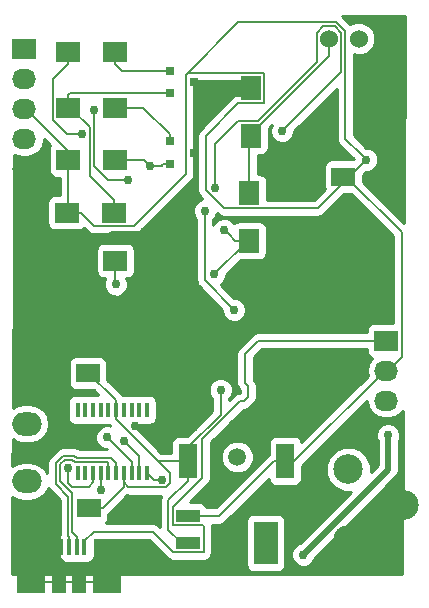
<source format=gbl>
G04 #@! TF.FileFunction,Copper,L2,Bot,Signal*
%FSLAX46Y46*%
G04 Gerber Fmt 4.6, Leading zero omitted, Abs format (unit mm)*
G04 Created by KiCad (PCBNEW (2015-08-30 BZR 6134, Git 4e94d52)-product) date 03-Sep-15 9:45:36 PM*
%MOMM*%
G01*
G04 APERTURE LIST*
%ADD10C,0.100000*%
%ADD11R,0.406400X1.270000*%
%ADD12R,1.501140X2.999740*%
%ADD13R,2.000000X1.600000*%
%ADD14R,2.032000X1.727200*%
%ADD15O,2.032000X1.727200*%
%ADD16R,0.800100X0.800100*%
%ADD17R,2.000000X1.700000*%
%ADD18R,1.700000X2.000000*%
%ADD19C,1.524000*%
%ADD20R,2.032000X3.657600*%
%ADD21R,2.032000X1.016000*%
%ADD22O,2.499360X1.998980*%
%ADD23R,0.450000X1.380000*%
%ADD24R,1.475000X2.100000*%
%ADD25R,2.375000X1.900000*%
%ADD26R,1.150000X1.900000*%
%ADD27C,1.501140*%
%ADD28C,0.762000*%
%ADD29C,2.500000*%
%ADD30C,0.177800*%
%ADD31C,0.500000*%
%ADD32C,0.254000*%
G04 APERTURE END LIST*
D10*
D11*
X151596280Y-115891040D03*
X150961280Y-115891040D03*
X150300880Y-115891040D03*
X149640480Y-115891040D03*
X149005480Y-115891040D03*
X148345080Y-115891040D03*
X147684680Y-115891040D03*
X147049680Y-115891040D03*
X146389280Y-115891040D03*
X145754280Y-115891040D03*
X145754280Y-110557040D03*
X146389280Y-110557040D03*
X147049680Y-110557040D03*
X147684680Y-110557040D03*
X148345080Y-110557040D03*
X149005480Y-110557040D03*
X149640480Y-110557040D03*
X150300880Y-110557040D03*
X150961280Y-110557040D03*
X151596280Y-110557040D03*
D12*
X163315840Y-110889780D03*
X163315840Y-114887740D03*
X155071000Y-110905020D03*
X155071000Y-114902980D03*
D13*
X146619400Y-107468400D03*
X150619400Y-107468400D03*
X146675280Y-118867920D03*
X150675280Y-118867920D03*
X168247000Y-90806000D03*
X164247000Y-90806000D03*
D14*
X171885800Y-104699800D03*
D15*
X171885800Y-107239800D03*
X171885800Y-109779800D03*
D14*
X141228000Y-80011000D03*
D15*
X141228000Y-82551000D03*
X141228000Y-85091000D03*
X141228000Y-87631000D03*
X141228000Y-90171000D03*
D16*
X153562240Y-83755000D03*
X153562240Y-81855000D03*
X155561220Y-82805000D03*
X153562240Y-89724000D03*
X153562240Y-87824000D03*
X155561220Y-88774000D03*
D17*
X148943000Y-97918000D03*
X144943000Y-97918000D03*
D18*
X160278000Y-96235000D03*
X160278000Y-92235000D03*
D17*
X148943000Y-80265000D03*
X144943000Y-80265000D03*
X148816000Y-93854000D03*
X144816000Y-93854000D03*
X148943000Y-84964000D03*
X144943000Y-84964000D03*
X148943000Y-89409000D03*
X144943000Y-89409000D03*
D18*
X160405000Y-87345000D03*
X160405000Y-83345000D03*
D19*
X169549000Y-79122000D03*
X172089000Y-79122000D03*
X167009000Y-79122000D03*
D20*
X161672460Y-121829560D03*
D21*
X155068460Y-121829560D03*
X155068460Y-119543560D03*
X155068460Y-124115560D03*
D22*
X141410880Y-111733060D03*
X141410880Y-116614940D03*
D23*
X145000000Y-122170000D03*
X145650000Y-122170000D03*
X146300000Y-122170000D03*
X144350000Y-122170000D03*
X143700000Y-122170000D03*
D24*
X142225000Y-122530000D03*
X147775000Y-122530000D03*
D25*
X141775000Y-125160000D03*
D26*
X144162500Y-125160000D03*
D25*
X148225000Y-125160000D03*
D26*
X145837500Y-125160000D03*
D27*
X159262000Y-112015000D03*
X159262000Y-114555000D03*
D28*
X147728423Y-117362101D03*
X150600000Y-111900000D03*
X154139197Y-100426987D03*
X150910430Y-97158320D03*
X151360676Y-95488322D03*
X158754000Y-83245019D03*
X149987000Y-109093000D03*
X153162404Y-111097619D03*
X152527000Y-118110000D03*
X141631116Y-101092624D03*
D29*
X173359000Y-118593600D03*
X168660000Y-121593340D03*
D28*
X164342000Y-92330000D03*
X152912000Y-116460000D03*
X144881085Y-115494484D03*
D29*
X168660000Y-115593860D03*
D28*
X164846000Y-122809000D03*
X172021500Y-112712500D03*
X170185224Y-89367861D03*
X157300118Y-99097509D03*
X158144441Y-95305002D03*
X157838560Y-108860249D03*
X146562000Y-107316000D03*
X157368486Y-91763885D03*
X163065422Y-86954627D03*
X156500000Y-93700000D03*
X159000000Y-102100000D03*
X148960658Y-99946441D03*
X146096669Y-87198672D03*
X147100000Y-85200000D03*
X150000000Y-91100000D03*
X149696232Y-113221421D03*
X148256123Y-112890009D03*
X151878986Y-89898399D03*
D30*
X147728423Y-117362101D02*
X147728423Y-115934783D01*
X147728423Y-115934783D02*
X147684680Y-115891040D01*
X147706551Y-117383973D02*
X147728423Y-117362101D01*
X147706551Y-117392723D02*
X147706551Y-117383973D01*
X155561220Y-88774000D02*
X155561220Y-91287778D01*
X148550478Y-95488322D02*
X150821861Y-95488322D01*
X150821861Y-95488322D02*
X151360676Y-95488322D01*
X155561220Y-91287778D02*
X151741675Y-95107323D01*
X151741675Y-95107323D02*
X151360676Y-95488322D01*
X144943000Y-97918000D02*
X146120800Y-97918000D01*
X146120800Y-97918000D02*
X148550478Y-95488322D01*
X158853981Y-83345000D02*
X158754000Y-83245019D01*
X160405000Y-83345000D02*
X158853981Y-83345000D01*
X150619400Y-107468400D02*
X150819400Y-107468400D01*
X150819400Y-107468400D02*
X153162404Y-109811404D01*
X153162404Y-109811404D02*
X153162404Y-110558804D01*
X153162404Y-110558804D02*
X153162404Y-111097619D01*
X150675280Y-118867920D02*
X151853080Y-118867920D01*
X151853080Y-118867920D02*
X152527000Y-118194000D01*
X152527000Y-118194000D02*
X152527000Y-118110000D01*
X149987000Y-109093000D02*
X150619400Y-108460600D01*
X150619400Y-108460600D02*
X150619400Y-107468400D01*
X155071000Y-110905020D02*
X153355003Y-110905020D01*
X153355003Y-110905020D02*
X153162404Y-111097619D01*
X141631116Y-101079884D02*
X141631116Y-101092624D01*
X144793000Y-97918000D02*
X141631116Y-101079884D01*
X144943000Y-97918000D02*
X144793000Y-97918000D01*
X148225000Y-125160000D02*
X148225000Y-122980000D01*
X148225000Y-122980000D02*
X147775000Y-122530000D01*
X145837500Y-125160000D02*
X146590300Y-125160000D01*
X146590300Y-125160000D02*
X148225000Y-125160000D01*
X144162500Y-125160000D02*
X145837500Y-125160000D01*
X141775000Y-125160000D02*
X143140300Y-125160000D01*
X143140300Y-125160000D02*
X144162500Y-125160000D01*
X142225000Y-122530000D02*
X142225000Y-124710000D01*
X142225000Y-124710000D02*
X141775000Y-125160000D01*
X143700000Y-122170000D02*
X142585000Y-122170000D01*
X142585000Y-122170000D02*
X142225000Y-122530000D01*
X144350000Y-122170000D02*
X143700000Y-122170000D01*
X164342000Y-92330000D02*
X164342000Y-90901000D01*
X164342000Y-90901000D02*
X164247000Y-90806000D01*
X155561220Y-88774000D02*
X155561220Y-82805000D01*
X152912000Y-116460000D02*
X152165240Y-116460000D01*
X152165240Y-116460000D02*
X151596280Y-115891040D01*
X160405000Y-83345000D02*
X156101220Y-83345000D01*
X156101220Y-83345000D02*
X155561220Y-82805000D01*
X144881085Y-116033299D02*
X144881085Y-115494484D01*
X144881085Y-116731667D02*
X144881085Y-116033299D01*
X145234270Y-117084852D02*
X144881085Y-116731667D01*
X146668668Y-117084852D02*
X145234270Y-117084852D01*
X147049680Y-116703840D02*
X146668668Y-117084852D01*
X147049680Y-115891040D02*
X147049680Y-116703840D01*
D31*
X172021500Y-112712500D02*
X172021500Y-115633500D01*
X172021500Y-115633500D02*
X164846000Y-122809000D01*
D30*
X156569609Y-87383731D02*
X156569609Y-91923608D01*
X154894469Y-82191589D02*
X155055759Y-82030299D01*
X161420361Y-82030299D02*
X161521701Y-82131639D01*
X159341639Y-84611701D02*
X156569609Y-87383731D01*
X156569609Y-91923608D02*
X158147702Y-93501701D01*
X155055759Y-82030299D02*
X161420361Y-82030299D01*
X161468361Y-84611701D02*
X159341639Y-84611701D01*
X161521701Y-82131639D02*
X161521701Y-84558361D01*
X161521701Y-84558361D02*
X161468361Y-84611701D01*
X158147702Y-93501701D02*
X166051384Y-93501701D01*
X166051384Y-93501701D02*
X169804225Y-89748860D01*
X144943000Y-89409000D02*
X144943000Y-92311062D01*
X147602639Y-94970701D02*
X150540815Y-94970701D01*
X154894469Y-90470865D02*
X154894469Y-82191589D01*
X170185224Y-89367861D02*
X168747085Y-90806000D01*
X168747085Y-90806000D02*
X168247000Y-90806000D01*
X169804225Y-88986862D02*
X170185224Y-89367861D01*
X167650075Y-77737688D02*
X168406000Y-78493613D01*
X168406000Y-78493613D02*
X168406000Y-87588637D01*
X159348370Y-77737688D02*
X167650075Y-77737688D01*
X154894469Y-82191589D02*
X159348370Y-77737688D01*
X168406000Y-87588637D02*
X169804225Y-88986862D01*
X150530391Y-94970701D02*
X154894469Y-90606623D01*
X154894469Y-90606623D02*
X154894469Y-82191589D01*
X147110501Y-94970701D02*
X150530391Y-94970701D01*
X145993800Y-93854000D02*
X147110501Y-94970701D01*
X144816000Y-93854000D02*
X145993800Y-93854000D01*
X144943000Y-89409000D02*
X144943000Y-93727000D01*
X144943000Y-93727000D02*
X144816000Y-93854000D01*
X141228000Y-85091000D02*
X141380400Y-85091000D01*
X141380400Y-85091000D02*
X144943000Y-88653600D01*
X144943000Y-88653600D02*
X144943000Y-89409000D01*
X168247000Y-90806000D02*
X168447000Y-90806000D01*
X168447000Y-90806000D02*
X173168501Y-95527501D01*
X173168501Y-95527501D02*
X173168501Y-106109499D01*
X173168501Y-106109499D02*
X172038200Y-107239800D01*
X172038200Y-107239800D02*
X171885800Y-107239800D01*
X164085460Y-114887740D02*
X163315840Y-114887740D01*
X171733400Y-107239800D02*
X164085460Y-114887740D01*
X171885800Y-107239800D02*
X171733400Y-107239800D01*
X163315840Y-114887740D02*
X162387470Y-114887740D01*
X162387470Y-114887740D02*
X157731650Y-119543560D01*
X157731650Y-119543560D02*
X156262260Y-119543560D01*
X156262260Y-119543560D02*
X155068460Y-119543560D01*
X157300118Y-99097509D02*
X160162627Y-96235000D01*
X160162627Y-96235000D02*
X160278000Y-96235000D01*
X159074439Y-96235000D02*
X158525440Y-95686001D01*
X158525440Y-95686001D02*
X158144441Y-95305002D01*
X160278000Y-96235000D02*
X159074439Y-96235000D01*
X157838560Y-109399064D02*
X157838560Y-108860249D01*
X157838560Y-110964170D02*
X157838560Y-109399064D01*
X155071000Y-113731730D02*
X157838560Y-110964170D01*
X155071000Y-114902980D02*
X155071000Y-113731730D01*
X153559701Y-115924061D02*
X152538620Y-114902980D01*
X153559701Y-116770897D02*
X153559701Y-115924061D01*
X153222897Y-117107701D02*
X153559701Y-116770897D01*
X150044341Y-117107701D02*
X153222897Y-117107701D01*
X149640480Y-116703840D02*
X150044341Y-117107701D01*
X155071000Y-116580650D02*
X155071000Y-114902980D01*
X153430148Y-118221502D02*
X155071000Y-116580650D01*
X154560460Y-121829560D02*
X153430148Y-120699248D01*
X155068460Y-121829560D02*
X154560460Y-121829560D01*
X153430148Y-120699248D02*
X153430148Y-118221502D01*
X149640480Y-115891040D02*
X149640480Y-116703840D01*
X152538620Y-114902980D02*
X154142630Y-114902980D01*
X149005480Y-111369840D02*
X152538620Y-114902980D01*
X149005480Y-110557040D02*
X149005480Y-111369840D01*
X154142630Y-114902980D02*
X155071000Y-114902980D01*
X146675280Y-118867920D02*
X147853080Y-118867920D01*
X147853080Y-118867920D02*
X149640480Y-117080520D01*
X149640480Y-117080520D02*
X149640480Y-116703840D01*
X146562000Y-107316000D02*
X149005480Y-109759480D01*
X149005480Y-109759480D02*
X149005480Y-110557040D01*
X159909702Y-105823496D02*
X161033398Y-104699800D01*
X160188959Y-109472129D02*
X160188959Y-108554359D01*
X159909702Y-108275102D02*
X159909702Y-105823496D01*
X160188959Y-108554359D02*
X159909702Y-108275102D01*
X146300000Y-122170000D02*
X146300000Y-121705000D01*
X146300000Y-121705000D02*
X147137900Y-120867100D01*
X152101938Y-120867100D02*
X153839099Y-122604261D01*
X147137900Y-120867100D02*
X152101938Y-120867100D01*
X161033398Y-104699800D02*
X171885800Y-104699800D01*
X153785759Y-120264921D02*
X153785759Y-118822199D01*
X153785759Y-118822199D02*
X156297821Y-116310137D01*
X156401959Y-120422399D02*
X156297821Y-120318261D01*
X153839099Y-122604261D02*
X156401959Y-122604261D01*
X156297821Y-116310137D02*
X156297821Y-113016779D01*
X156401959Y-122604261D02*
X156401959Y-120422399D01*
X159505667Y-109808933D02*
X159852155Y-109808933D01*
X156297821Y-113016779D02*
X159505667Y-109808933D01*
X159852155Y-109808933D02*
X160188959Y-109472129D01*
X156297821Y-120318261D02*
X153839099Y-120318261D01*
X153839099Y-120318261D02*
X153785759Y-120264921D01*
X165980299Y-81116793D02*
X161018793Y-86078299D01*
X166515223Y-78093299D02*
X165980299Y-78628223D01*
X159341639Y-86078299D02*
X157368486Y-88051452D01*
X163065422Y-86954627D02*
X168037701Y-81982348D01*
X157368486Y-88051452D02*
X157368486Y-91225070D01*
X165980299Y-78628223D02*
X165980299Y-81116793D01*
X161018793Y-86078299D02*
X159341639Y-86078299D01*
X168037701Y-81982348D02*
X168037701Y-78628223D01*
X157368486Y-91225070D02*
X157368486Y-91763885D01*
X167502777Y-78093299D02*
X166515223Y-78093299D01*
X168037701Y-78628223D02*
X167502777Y-78093299D01*
X159000000Y-102100000D02*
X156500000Y-99600000D01*
X156500000Y-99600000D02*
X156500000Y-93700000D01*
X148943000Y-97918000D02*
X148943000Y-99928783D01*
X148943000Y-99928783D02*
X148960658Y-99946441D01*
X145557854Y-87198672D02*
X146096669Y-87198672D01*
X143676299Y-86027361D02*
X144847610Y-87198672D01*
X143676299Y-82559501D02*
X143676299Y-86027361D01*
X144943000Y-81292800D02*
X143676299Y-82559501D01*
X144943000Y-80265000D02*
X144943000Y-81292800D01*
X144847610Y-87198672D02*
X145557854Y-87198672D01*
X148303938Y-91100000D02*
X147100000Y-89896062D01*
X150000000Y-91100000D02*
X148303938Y-91100000D01*
X147100000Y-89896062D02*
X147100000Y-85200000D01*
X150077231Y-113602420D02*
X149696232Y-113221421D01*
X150961280Y-114486469D02*
X150077231Y-113602420D01*
X150961280Y-115891040D02*
X150961280Y-114486469D01*
X148637122Y-113271008D02*
X148256123Y-112890009D01*
X150300880Y-115891040D02*
X150300880Y-114934766D01*
X150300880Y-114934766D02*
X148637122Y-113271008D01*
X144628012Y-114788957D02*
X145303166Y-114788957D01*
X145284379Y-119589442D02*
X145284379Y-117641485D01*
X148256179Y-114989339D02*
X148345080Y-115078240D01*
X145503548Y-114989339D02*
X148256179Y-114989339D01*
X145303166Y-114788957D02*
X145503548Y-114989339D01*
X144233383Y-115183586D02*
X144628012Y-114788957D01*
X144233383Y-116590489D02*
X144233383Y-115183586D01*
X145284379Y-117641485D02*
X144233383Y-116590489D01*
X148345080Y-115078240D02*
X148345080Y-115891040D01*
X145650000Y-122170000D02*
X145650000Y-121302200D01*
X145650000Y-121302200D02*
X145284379Y-120936579D01*
X145284379Y-120936579D02*
X145284379Y-119589442D01*
X145284379Y-119757081D02*
X145284379Y-119589442D01*
X149005480Y-115078240D02*
X148560968Y-114633728D01*
X144928768Y-121230968D02*
X145000000Y-121302200D01*
X143877772Y-116853435D02*
X144928768Y-117904431D01*
X144480714Y-114433346D02*
X143877772Y-115036288D01*
X145450464Y-114433346D02*
X144480714Y-114433346D01*
X145650846Y-114633728D02*
X145450464Y-114433346D01*
X148560968Y-114633728D02*
X145650846Y-114633728D01*
X149005480Y-115891040D02*
X149005480Y-115078240D01*
X145000000Y-121302200D02*
X145000000Y-122170000D01*
X143877772Y-115036288D02*
X143877772Y-116853435D01*
X144928768Y-117904431D02*
X144928768Y-121230968D01*
X146744389Y-90754589D02*
X148816000Y-92826200D01*
X148816000Y-92826200D02*
X148816000Y-93854000D01*
X146744389Y-86615389D02*
X146744389Y-90754589D01*
X145093000Y-84964000D02*
X146744389Y-86615389D01*
X144943000Y-84964000D02*
X145093000Y-84964000D01*
X145124200Y-83755000D02*
X144943000Y-83936200D01*
X153562240Y-83755000D02*
X145124200Y-83755000D01*
X144943000Y-83936200D02*
X144943000Y-84964000D01*
X153562240Y-81855000D02*
X149505200Y-81855000D01*
X149505200Y-81855000D02*
X148943000Y-81292800D01*
X148943000Y-81292800D02*
X148943000Y-80265000D01*
X151878986Y-89898399D02*
X152848857Y-89898399D01*
X152848857Y-89898399D02*
X152848857Y-89859533D01*
X152848857Y-89859533D02*
X152984390Y-89724000D01*
X152984390Y-89724000D02*
X153562240Y-89724000D01*
X148943000Y-89409000D02*
X151389587Y-89409000D01*
X151389587Y-89409000D02*
X151878986Y-89898399D01*
X148943000Y-84964000D02*
X151280090Y-84964000D01*
X151280090Y-84964000D02*
X153562240Y-87246150D01*
X153562240Y-87246150D02*
X153562240Y-87824000D01*
X160278000Y-92235000D02*
X160278000Y-87472000D01*
X160278000Y-87472000D02*
X160405000Y-87345000D01*
X167009000Y-80591000D02*
X167009000Y-79122000D01*
X160405000Y-87195000D02*
X167009000Y-80591000D01*
X160405000Y-87345000D02*
X160405000Y-87195000D01*
D32*
G36*
X170316529Y-110353289D02*
X170641385Y-110839470D01*
X171127566Y-111164326D01*
X171701055Y-111278400D01*
X172070545Y-111278400D01*
X172644034Y-111164326D01*
X173130215Y-110839470D01*
X173264982Y-110637777D01*
X173173834Y-124473000D01*
X140157828Y-124473000D01*
X140200409Y-117925984D01*
X140498275Y-118125012D01*
X141123767Y-118249430D01*
X141697993Y-118249430D01*
X142323485Y-118125012D01*
X142853752Y-117770699D01*
X143208065Y-117240432D01*
X143225131Y-117154637D01*
X143310747Y-117282772D01*
X143365897Y-117365310D01*
X144204868Y-118204280D01*
X144204868Y-121189620D01*
X144178569Y-121228110D01*
X144127560Y-121480000D01*
X144127560Y-122860000D01*
X144171838Y-123095317D01*
X144310910Y-123311441D01*
X144523110Y-123456431D01*
X144775000Y-123507440D01*
X145225000Y-123507440D01*
X145328671Y-123487933D01*
X145425000Y-123507440D01*
X145875000Y-123507440D01*
X145978671Y-123487933D01*
X146075000Y-123507440D01*
X146525000Y-123507440D01*
X146760317Y-123463162D01*
X146976441Y-123324090D01*
X147121431Y-123111890D01*
X147172440Y-122860000D01*
X147172440Y-121856310D01*
X147437749Y-121591000D01*
X151802088Y-121591000D01*
X153327222Y-123116133D01*
X153327224Y-123116136D01*
X153484146Y-123220987D01*
X153562075Y-123273058D01*
X153839099Y-123328162D01*
X153839104Y-123328161D01*
X156401959Y-123328161D01*
X156678984Y-123273057D01*
X156913834Y-123116136D01*
X157070755Y-122881286D01*
X157125859Y-122604261D01*
X157125859Y-120422399D01*
X157095040Y-120267460D01*
X157731645Y-120267460D01*
X157731650Y-120267461D01*
X157962713Y-120221499D01*
X158008675Y-120212356D01*
X158243525Y-120055435D01*
X158298199Y-120000760D01*
X160009020Y-120000760D01*
X160009020Y-123658360D01*
X160053298Y-123893677D01*
X160192370Y-124109801D01*
X160404570Y-124254791D01*
X160656460Y-124305800D01*
X162688460Y-124305800D01*
X162923777Y-124261522D01*
X163139901Y-124122450D01*
X163284891Y-123910250D01*
X163335900Y-123658360D01*
X163335900Y-123010208D01*
X163829824Y-123010208D01*
X163984175Y-123383766D01*
X164269731Y-123669821D01*
X164643018Y-123824824D01*
X165047208Y-123825176D01*
X165420766Y-123670825D01*
X165706821Y-123385269D01*
X165838551Y-123068029D01*
X172647287Y-116259292D01*
X172647290Y-116259290D01*
X172839133Y-115972175D01*
X172906500Y-115633500D01*
X172906500Y-113230540D01*
X173037324Y-112915482D01*
X173037676Y-112511292D01*
X172883325Y-112137734D01*
X172597769Y-111851679D01*
X172224482Y-111696676D01*
X171820292Y-111696324D01*
X171446734Y-111850675D01*
X171160679Y-112136231D01*
X171005676Y-112509518D01*
X171005324Y-112913708D01*
X171136500Y-113231178D01*
X171136500Y-115266921D01*
X170544770Y-115858651D01*
X170545326Y-115220555D01*
X170258957Y-114527488D01*
X169729161Y-113996767D01*
X169036595Y-113709188D01*
X168286695Y-113708534D01*
X167593628Y-113994903D01*
X167062907Y-114524699D01*
X166775328Y-115217265D01*
X166774674Y-115967165D01*
X167061043Y-116660232D01*
X167590839Y-117190953D01*
X168283405Y-117478532D01*
X168924330Y-117479091D01*
X164586518Y-121816903D01*
X164271234Y-121947175D01*
X163985179Y-122232731D01*
X163830176Y-122606018D01*
X163829824Y-123010208D01*
X163335900Y-123010208D01*
X163335900Y-120000760D01*
X163291622Y-119765443D01*
X163152550Y-119549319D01*
X162940350Y-119404329D01*
X162688460Y-119353320D01*
X160656460Y-119353320D01*
X160421143Y-119397598D01*
X160205019Y-119536670D01*
X160060029Y-119748870D01*
X160009020Y-120000760D01*
X158298199Y-120000760D01*
X161917830Y-116381129D01*
X161917830Y-116387610D01*
X161962108Y-116622927D01*
X162101180Y-116839051D01*
X162313380Y-116984041D01*
X162565270Y-117035050D01*
X164066410Y-117035050D01*
X164301727Y-116990772D01*
X164517851Y-116851700D01*
X164662841Y-116639500D01*
X164713850Y-116387610D01*
X164713850Y-115283100D01*
X170204893Y-109792056D01*
X170316529Y-110353289D01*
X170316529Y-110353289D01*
G37*
X170316529Y-110353289D02*
X170641385Y-110839470D01*
X171127566Y-111164326D01*
X171701055Y-111278400D01*
X172070545Y-111278400D01*
X172644034Y-111164326D01*
X173130215Y-110839470D01*
X173264982Y-110637777D01*
X173173834Y-124473000D01*
X140157828Y-124473000D01*
X140200409Y-117925984D01*
X140498275Y-118125012D01*
X141123767Y-118249430D01*
X141697993Y-118249430D01*
X142323485Y-118125012D01*
X142853752Y-117770699D01*
X143208065Y-117240432D01*
X143225131Y-117154637D01*
X143310747Y-117282772D01*
X143365897Y-117365310D01*
X144204868Y-118204280D01*
X144204868Y-121189620D01*
X144178569Y-121228110D01*
X144127560Y-121480000D01*
X144127560Y-122860000D01*
X144171838Y-123095317D01*
X144310910Y-123311441D01*
X144523110Y-123456431D01*
X144775000Y-123507440D01*
X145225000Y-123507440D01*
X145328671Y-123487933D01*
X145425000Y-123507440D01*
X145875000Y-123507440D01*
X145978671Y-123487933D01*
X146075000Y-123507440D01*
X146525000Y-123507440D01*
X146760317Y-123463162D01*
X146976441Y-123324090D01*
X147121431Y-123111890D01*
X147172440Y-122860000D01*
X147172440Y-121856310D01*
X147437749Y-121591000D01*
X151802088Y-121591000D01*
X153327222Y-123116133D01*
X153327224Y-123116136D01*
X153484146Y-123220987D01*
X153562075Y-123273058D01*
X153839099Y-123328162D01*
X153839104Y-123328161D01*
X156401959Y-123328161D01*
X156678984Y-123273057D01*
X156913834Y-123116136D01*
X157070755Y-122881286D01*
X157125859Y-122604261D01*
X157125859Y-120422399D01*
X157095040Y-120267460D01*
X157731645Y-120267460D01*
X157731650Y-120267461D01*
X157962713Y-120221499D01*
X158008675Y-120212356D01*
X158243525Y-120055435D01*
X158298199Y-120000760D01*
X160009020Y-120000760D01*
X160009020Y-123658360D01*
X160053298Y-123893677D01*
X160192370Y-124109801D01*
X160404570Y-124254791D01*
X160656460Y-124305800D01*
X162688460Y-124305800D01*
X162923777Y-124261522D01*
X163139901Y-124122450D01*
X163284891Y-123910250D01*
X163335900Y-123658360D01*
X163335900Y-123010208D01*
X163829824Y-123010208D01*
X163984175Y-123383766D01*
X164269731Y-123669821D01*
X164643018Y-123824824D01*
X165047208Y-123825176D01*
X165420766Y-123670825D01*
X165706821Y-123385269D01*
X165838551Y-123068029D01*
X172647287Y-116259292D01*
X172647290Y-116259290D01*
X172839133Y-115972175D01*
X172906500Y-115633500D01*
X172906500Y-113230540D01*
X173037324Y-112915482D01*
X173037676Y-112511292D01*
X172883325Y-112137734D01*
X172597769Y-111851679D01*
X172224482Y-111696676D01*
X171820292Y-111696324D01*
X171446734Y-111850675D01*
X171160679Y-112136231D01*
X171005676Y-112509518D01*
X171005324Y-112913708D01*
X171136500Y-113231178D01*
X171136500Y-115266921D01*
X170544770Y-115858651D01*
X170545326Y-115220555D01*
X170258957Y-114527488D01*
X169729161Y-113996767D01*
X169036595Y-113709188D01*
X168286695Y-113708534D01*
X167593628Y-113994903D01*
X167062907Y-114524699D01*
X166775328Y-115217265D01*
X166774674Y-115967165D01*
X167061043Y-116660232D01*
X167590839Y-117190953D01*
X168283405Y-117478532D01*
X168924330Y-117479091D01*
X164586518Y-121816903D01*
X164271234Y-121947175D01*
X163985179Y-122232731D01*
X163830176Y-122606018D01*
X163829824Y-123010208D01*
X163335900Y-123010208D01*
X163335900Y-120000760D01*
X163291622Y-119765443D01*
X163152550Y-119549319D01*
X162940350Y-119404329D01*
X162688460Y-119353320D01*
X160656460Y-119353320D01*
X160421143Y-119397598D01*
X160205019Y-119536670D01*
X160060029Y-119748870D01*
X160009020Y-120000760D01*
X158298199Y-120000760D01*
X161917830Y-116381129D01*
X161917830Y-116387610D01*
X161962108Y-116622927D01*
X162101180Y-116839051D01*
X162313380Y-116984041D01*
X162565270Y-117035050D01*
X164066410Y-117035050D01*
X164301727Y-116990772D01*
X164517851Y-116851700D01*
X164662841Y-116639500D01*
X164713850Y-116387610D01*
X164713850Y-115283100D01*
X170204893Y-109792056D01*
X170316529Y-110353289D01*
G36*
X150044341Y-117831602D02*
X150044346Y-117831601D01*
X152836773Y-117831601D01*
X152761352Y-117944477D01*
X152761352Y-117944478D01*
X152706247Y-118221502D01*
X152706248Y-118221507D01*
X152706248Y-120447660D01*
X152613813Y-120355225D01*
X152558492Y-120318261D01*
X152378963Y-120198304D01*
X152333001Y-120189161D01*
X152101938Y-120143199D01*
X152101933Y-120143200D01*
X148109331Y-120143200D01*
X148126721Y-120132010D01*
X148271711Y-119919810D01*
X148322720Y-119667920D01*
X148322720Y-119408015D01*
X148364955Y-119379795D01*
X149934914Y-117809835D01*
X150044341Y-117831602D01*
X150044341Y-117831602D01*
G37*
X150044341Y-117831602D02*
X150044346Y-117831601D01*
X152836773Y-117831601D01*
X152761352Y-117944477D01*
X152761352Y-117944478D01*
X152706247Y-118221502D01*
X152706248Y-118221507D01*
X152706248Y-120447660D01*
X152613813Y-120355225D01*
X152558492Y-120318261D01*
X152378963Y-120198304D01*
X152333001Y-120189161D01*
X152101938Y-120143199D01*
X152101933Y-120143200D01*
X148109331Y-120143200D01*
X148126721Y-120132010D01*
X148271711Y-119919810D01*
X148322720Y-119667920D01*
X148322720Y-119408015D01*
X148364955Y-119379795D01*
X149934914Y-117809835D01*
X150044341Y-117831602D01*
G36*
X170222360Y-105563400D02*
X170266638Y-105798717D01*
X170405710Y-106014841D01*
X170617910Y-106159831D01*
X170659239Y-106168200D01*
X170641385Y-106180130D01*
X170316529Y-106666311D01*
X170202455Y-107239800D01*
X170286604Y-107662847D01*
X164689736Y-113259714D01*
X164669572Y-113152553D01*
X164530500Y-112936429D01*
X164318300Y-112791439D01*
X164066410Y-112740430D01*
X162565270Y-112740430D01*
X162329953Y-112784708D01*
X162113829Y-112923780D01*
X161968839Y-113135980D01*
X161917830Y-113387870D01*
X161917830Y-114347645D01*
X161875595Y-114375865D01*
X161875593Y-114375868D01*
X157431800Y-118819660D01*
X156691276Y-118819660D01*
X156687622Y-118800243D01*
X156548550Y-118584119D01*
X156336350Y-118439129D01*
X156084460Y-118388120D01*
X155243588Y-118388120D01*
X156809693Y-116822014D01*
X156809696Y-116822012D01*
X156966617Y-116587162D01*
X157021721Y-116310137D01*
X157021721Y-114829398D01*
X157876190Y-114829398D01*
X158086686Y-115338837D01*
X158476113Y-115728944D01*
X158985184Y-115940329D01*
X159536398Y-115940810D01*
X160045837Y-115730314D01*
X160435944Y-115340887D01*
X160647329Y-114831816D01*
X160647810Y-114280602D01*
X160437314Y-113771163D01*
X160047887Y-113381056D01*
X159538816Y-113169671D01*
X158987602Y-113169190D01*
X158478163Y-113379686D01*
X158088056Y-113769113D01*
X157876671Y-114278184D01*
X157876190Y-114829398D01*
X157021721Y-114829398D01*
X157021721Y-113316629D01*
X159805516Y-110532833D01*
X159852150Y-110532833D01*
X159852155Y-110532834D01*
X160083218Y-110486872D01*
X160129180Y-110477729D01*
X160364030Y-110320808D01*
X160700831Y-109984006D01*
X160700834Y-109984004D01*
X160837278Y-109779800D01*
X160857756Y-109749153D01*
X160912860Y-109472129D01*
X160912859Y-109472124D01*
X160912859Y-108554364D01*
X160912860Y-108554359D01*
X160857755Y-108277335D01*
X160857755Y-108277334D01*
X160700834Y-108042484D01*
X160633602Y-107975252D01*
X160633602Y-106123346D01*
X161333248Y-105423700D01*
X170222360Y-105423700D01*
X170222360Y-105563400D01*
X170222360Y-105563400D01*
G37*
X170222360Y-105563400D02*
X170266638Y-105798717D01*
X170405710Y-106014841D01*
X170617910Y-106159831D01*
X170659239Y-106168200D01*
X170641385Y-106180130D01*
X170316529Y-106666311D01*
X170202455Y-107239800D01*
X170286604Y-107662847D01*
X164689736Y-113259714D01*
X164669572Y-113152553D01*
X164530500Y-112936429D01*
X164318300Y-112791439D01*
X164066410Y-112740430D01*
X162565270Y-112740430D01*
X162329953Y-112784708D01*
X162113829Y-112923780D01*
X161968839Y-113135980D01*
X161917830Y-113387870D01*
X161917830Y-114347645D01*
X161875595Y-114375865D01*
X161875593Y-114375868D01*
X157431800Y-118819660D01*
X156691276Y-118819660D01*
X156687622Y-118800243D01*
X156548550Y-118584119D01*
X156336350Y-118439129D01*
X156084460Y-118388120D01*
X155243588Y-118388120D01*
X156809693Y-116822014D01*
X156809696Y-116822012D01*
X156966617Y-116587162D01*
X157021721Y-116310137D01*
X157021721Y-114829398D01*
X157876190Y-114829398D01*
X158086686Y-115338837D01*
X158476113Y-115728944D01*
X158985184Y-115940329D01*
X159536398Y-115940810D01*
X160045837Y-115730314D01*
X160435944Y-115340887D01*
X160647329Y-114831816D01*
X160647810Y-114280602D01*
X160437314Y-113771163D01*
X160047887Y-113381056D01*
X159538816Y-113169671D01*
X158987602Y-113169190D01*
X158478163Y-113379686D01*
X158088056Y-113769113D01*
X157876671Y-114278184D01*
X157876190Y-114829398D01*
X157021721Y-114829398D01*
X157021721Y-113316629D01*
X159805516Y-110532833D01*
X159852150Y-110532833D01*
X159852155Y-110532834D01*
X160083218Y-110486872D01*
X160129180Y-110477729D01*
X160364030Y-110320808D01*
X160700831Y-109984006D01*
X160700834Y-109984004D01*
X160837278Y-109779800D01*
X160857756Y-109749153D01*
X160912860Y-109472129D01*
X160912859Y-109472124D01*
X160912859Y-108554364D01*
X160912860Y-108554359D01*
X160857755Y-108277335D01*
X160857755Y-108277334D01*
X160700834Y-108042484D01*
X160633602Y-107975252D01*
X160633602Y-106123346D01*
X161333248Y-105423700D01*
X170222360Y-105423700D01*
X170222360Y-105563400D01*
G36*
X160797801Y-83887801D02*
X159341639Y-83887801D01*
X159064614Y-83942905D01*
X158829764Y-84099826D01*
X158829762Y-84099829D01*
X156057734Y-86871856D01*
X155900813Y-87106706D01*
X155900813Y-87106707D01*
X155845708Y-87383731D01*
X155845709Y-87383736D01*
X155845709Y-91923603D01*
X155845708Y-91923608D01*
X155872330Y-92057441D01*
X155900813Y-92200633D01*
X155994038Y-92340154D01*
X156057734Y-92435483D01*
X156306082Y-92683830D01*
X156298792Y-92683824D01*
X155925234Y-92838175D01*
X155639179Y-93123731D01*
X155484176Y-93497018D01*
X155483824Y-93901208D01*
X155638175Y-94274766D01*
X155776100Y-94412932D01*
X155776100Y-99599995D01*
X155776099Y-99600000D01*
X155809180Y-99766305D01*
X155831204Y-99877025D01*
X155885530Y-99958330D01*
X155988125Y-100111875D01*
X157983992Y-102107742D01*
X157983824Y-102301208D01*
X158138175Y-102674766D01*
X158423731Y-102960821D01*
X158797018Y-103115824D01*
X159201208Y-103116176D01*
X159574766Y-102961825D01*
X159860821Y-102676269D01*
X160015824Y-102302982D01*
X160016176Y-101898792D01*
X159861825Y-101525234D01*
X159576269Y-101239179D01*
X159202982Y-101084176D01*
X159007756Y-101084006D01*
X157878988Y-99955238D01*
X158160939Y-99673778D01*
X158315942Y-99300491D01*
X158316112Y-99105265D01*
X159538937Y-97882440D01*
X161128000Y-97882440D01*
X161363317Y-97838162D01*
X161579441Y-97699090D01*
X161724431Y-97486890D01*
X161775440Y-97235000D01*
X161775440Y-95235000D01*
X161731162Y-94999683D01*
X161592090Y-94783559D01*
X161379890Y-94638569D01*
X161128000Y-94587560D01*
X159428000Y-94587560D01*
X159192683Y-94631838D01*
X159013303Y-94747266D01*
X159006266Y-94730236D01*
X158720710Y-94444181D01*
X158347423Y-94289178D01*
X157943233Y-94288826D01*
X157569675Y-94443177D01*
X157283620Y-94728733D01*
X157223900Y-94872554D01*
X157223900Y-94412951D01*
X157360821Y-94276269D01*
X157515824Y-93902982D01*
X157515832Y-93893580D01*
X157635825Y-94013573D01*
X157635827Y-94013576D01*
X157792749Y-94118427D01*
X157870678Y-94170498D01*
X158147702Y-94225602D01*
X158147707Y-94225601D01*
X166051379Y-94225601D01*
X166051384Y-94225602D01*
X166282447Y-94179640D01*
X166328409Y-94170497D01*
X166563259Y-94013576D01*
X168323395Y-92253440D01*
X168870690Y-92253440D01*
X172444601Y-95827350D01*
X172444601Y-103188760D01*
X170869800Y-103188760D01*
X170634483Y-103233038D01*
X170418359Y-103372110D01*
X170273369Y-103584310D01*
X170222360Y-103836200D01*
X170222360Y-103975900D01*
X161033398Y-103975900D01*
X160756373Y-104031004D01*
X160521523Y-104187925D01*
X159397827Y-105311621D01*
X159240906Y-105546471D01*
X159240906Y-105546472D01*
X159185801Y-105823496D01*
X159185802Y-105823501D01*
X159185802Y-108275097D01*
X159185801Y-108275102D01*
X159231277Y-108503717D01*
X159240906Y-108552127D01*
X159361420Y-108732490D01*
X159397827Y-108786977D01*
X159465059Y-108854209D01*
X159465059Y-109093110D01*
X159228642Y-109140137D01*
X158993792Y-109297058D01*
X158993790Y-109297061D01*
X158562460Y-109728391D01*
X158562460Y-109573200D01*
X158699381Y-109436518D01*
X158854384Y-109063231D01*
X158854736Y-108659041D01*
X158700385Y-108285483D01*
X158414829Y-107999428D01*
X158041542Y-107844425D01*
X157637352Y-107844073D01*
X157263794Y-107998424D01*
X156977739Y-108283980D01*
X156822736Y-108657267D01*
X156822384Y-109061457D01*
X156976735Y-109435015D01*
X157114660Y-109573181D01*
X157114660Y-110664320D01*
X155023310Y-112755670D01*
X154320430Y-112755670D01*
X154085113Y-112799948D01*
X153868989Y-112939020D01*
X153723999Y-113151220D01*
X153672990Y-113403110D01*
X153672990Y-114179080D01*
X152838469Y-114179080D01*
X150498870Y-111839480D01*
X150504080Y-111839480D01*
X150635742Y-111814706D01*
X150758080Y-111839480D01*
X151164480Y-111839480D01*
X151282976Y-111817183D01*
X151393080Y-111839480D01*
X151799480Y-111839480D01*
X152034797Y-111795202D01*
X152250921Y-111656130D01*
X152395911Y-111443930D01*
X152446920Y-111192040D01*
X152446920Y-109922040D01*
X152402642Y-109686723D01*
X152263570Y-109470599D01*
X152051370Y-109325609D01*
X151799480Y-109274600D01*
X151393080Y-109274600D01*
X151274584Y-109296897D01*
X151164480Y-109274600D01*
X150758080Y-109274600D01*
X150626418Y-109299374D01*
X150504080Y-109274600D01*
X150097680Y-109274600D01*
X149966018Y-109299374D01*
X149843680Y-109274600D01*
X149535392Y-109274600D01*
X149517355Y-109247605D01*
X149517352Y-109247603D01*
X148266840Y-107997090D01*
X148266840Y-106668400D01*
X148222562Y-106433083D01*
X148083490Y-106216959D01*
X147871290Y-106071969D01*
X147619400Y-106020960D01*
X145619400Y-106020960D01*
X145384083Y-106065238D01*
X145167959Y-106204310D01*
X145022969Y-106416510D01*
X144971960Y-106668400D01*
X144971960Y-108268400D01*
X145016238Y-108503717D01*
X145155310Y-108719841D01*
X145367510Y-108864831D01*
X145619400Y-108915840D01*
X147138090Y-108915840D01*
X147496851Y-109274600D01*
X147481480Y-109274600D01*
X147362984Y-109296897D01*
X147252880Y-109274600D01*
X146846480Y-109274600D01*
X146714818Y-109299374D01*
X146592480Y-109274600D01*
X146186080Y-109274600D01*
X146067584Y-109296897D01*
X145957480Y-109274600D01*
X145551080Y-109274600D01*
X145315763Y-109318878D01*
X145099639Y-109457950D01*
X144954649Y-109670150D01*
X144903640Y-109922040D01*
X144903640Y-111192040D01*
X144947918Y-111427357D01*
X145086990Y-111643481D01*
X145299190Y-111788471D01*
X145551080Y-111839480D01*
X145957480Y-111839480D01*
X146075976Y-111817183D01*
X146186080Y-111839480D01*
X146592480Y-111839480D01*
X146724142Y-111814706D01*
X146846480Y-111839480D01*
X147252880Y-111839480D01*
X147371376Y-111817183D01*
X147481480Y-111839480D01*
X147887880Y-111839480D01*
X148019542Y-111814706D01*
X148141880Y-111839480D01*
X148465385Y-111839480D01*
X148493605Y-111881715D01*
X148505226Y-111893336D01*
X148459105Y-111874185D01*
X148054915Y-111873833D01*
X147681357Y-112028184D01*
X147395302Y-112313740D01*
X147240299Y-112687027D01*
X147239947Y-113091217D01*
X147394298Y-113464775D01*
X147679854Y-113750830D01*
X148053141Y-113905833D01*
X148248367Y-113906003D01*
X148252192Y-113909828D01*
X145944914Y-113909828D01*
X145899441Y-113879444D01*
X145727489Y-113764550D01*
X145663562Y-113751834D01*
X145450464Y-113709445D01*
X145450459Y-113709446D01*
X144480719Y-113709446D01*
X144480714Y-113709445D01*
X144203690Y-113764549D01*
X144154091Y-113797690D01*
X143968839Y-113921471D01*
X143968837Y-113921474D01*
X143365897Y-114524413D01*
X143208976Y-114759263D01*
X143202474Y-114791950D01*
X143153871Y-115036288D01*
X143153872Y-115036293D01*
X143153872Y-115908342D01*
X142853752Y-115459181D01*
X142323485Y-115104868D01*
X141697993Y-114980450D01*
X141123767Y-114980450D01*
X140498275Y-115104868D01*
X140217537Y-115292451D01*
X140232023Y-113065228D01*
X140498275Y-113243132D01*
X141123767Y-113367550D01*
X141697993Y-113367550D01*
X142323485Y-113243132D01*
X142853752Y-112888819D01*
X143208065Y-112358552D01*
X143332483Y-111733060D01*
X143208065Y-111107568D01*
X142853752Y-110577301D01*
X142323485Y-110222988D01*
X141697993Y-110098570D01*
X141123767Y-110098570D01*
X140498275Y-110222988D01*
X140249427Y-110389263D01*
X140336067Y-97068000D01*
X147295560Y-97068000D01*
X147295560Y-98768000D01*
X147339838Y-99003317D01*
X147478910Y-99219441D01*
X147691110Y-99364431D01*
X147943000Y-99415440D01*
X148081040Y-99415440D01*
X147944834Y-99743459D01*
X147944482Y-100147649D01*
X148098833Y-100521207D01*
X148384389Y-100807262D01*
X148757676Y-100962265D01*
X149161866Y-100962617D01*
X149535424Y-100808266D01*
X149821479Y-100522710D01*
X149976482Y-100149423D01*
X149976834Y-99745233D01*
X149840566Y-99415440D01*
X149943000Y-99415440D01*
X150178317Y-99371162D01*
X150394441Y-99232090D01*
X150539431Y-99019890D01*
X150590440Y-98768000D01*
X150590440Y-97068000D01*
X150546162Y-96832683D01*
X150407090Y-96616559D01*
X150194890Y-96471569D01*
X149943000Y-96420560D01*
X147943000Y-96420560D01*
X147707683Y-96464838D01*
X147491559Y-96603910D01*
X147346569Y-96816110D01*
X147295560Y-97068000D01*
X140336067Y-97068000D01*
X140388792Y-88961421D01*
X140469766Y-89015526D01*
X141043255Y-89129600D01*
X141412745Y-89129600D01*
X141986234Y-89015526D01*
X142472415Y-88690670D01*
X142797271Y-88204489D01*
X142908907Y-87643256D01*
X143438384Y-88172734D01*
X143346569Y-88307110D01*
X143295560Y-88559000D01*
X143295560Y-90259000D01*
X143339838Y-90494317D01*
X143478910Y-90710441D01*
X143691110Y-90855431D01*
X143943000Y-90906440D01*
X144219100Y-90906440D01*
X144219100Y-92356560D01*
X143816000Y-92356560D01*
X143580683Y-92400838D01*
X143364559Y-92539910D01*
X143219569Y-92752110D01*
X143168560Y-93004000D01*
X143168560Y-94704000D01*
X143212838Y-94939317D01*
X143351910Y-95155441D01*
X143564110Y-95300431D01*
X143816000Y-95351440D01*
X145816000Y-95351440D01*
X146051317Y-95307162D01*
X146267441Y-95168090D01*
X146274220Y-95158169D01*
X146598624Y-95482573D01*
X146598626Y-95482576D01*
X146723785Y-95566204D01*
X146833477Y-95639498D01*
X147110501Y-95694602D01*
X147110506Y-95694601D01*
X150530386Y-95694601D01*
X150530391Y-95694602D01*
X150530396Y-95694601D01*
X150540815Y-95694601D01*
X150817840Y-95639497D01*
X151052690Y-95482576D01*
X151073680Y-95451162D01*
X155406341Y-91118500D01*
X155406344Y-91118498D01*
X155563265Y-90883648D01*
X155618369Y-90606623D01*
X155618369Y-82754199D01*
X160797801Y-82754199D01*
X160797801Y-83887801D01*
X160797801Y-83887801D01*
G37*
X160797801Y-83887801D02*
X159341639Y-83887801D01*
X159064614Y-83942905D01*
X158829764Y-84099826D01*
X158829762Y-84099829D01*
X156057734Y-86871856D01*
X155900813Y-87106706D01*
X155900813Y-87106707D01*
X155845708Y-87383731D01*
X155845709Y-87383736D01*
X155845709Y-91923603D01*
X155845708Y-91923608D01*
X155872330Y-92057441D01*
X155900813Y-92200633D01*
X155994038Y-92340154D01*
X156057734Y-92435483D01*
X156306082Y-92683830D01*
X156298792Y-92683824D01*
X155925234Y-92838175D01*
X155639179Y-93123731D01*
X155484176Y-93497018D01*
X155483824Y-93901208D01*
X155638175Y-94274766D01*
X155776100Y-94412932D01*
X155776100Y-99599995D01*
X155776099Y-99600000D01*
X155809180Y-99766305D01*
X155831204Y-99877025D01*
X155885530Y-99958330D01*
X155988125Y-100111875D01*
X157983992Y-102107742D01*
X157983824Y-102301208D01*
X158138175Y-102674766D01*
X158423731Y-102960821D01*
X158797018Y-103115824D01*
X159201208Y-103116176D01*
X159574766Y-102961825D01*
X159860821Y-102676269D01*
X160015824Y-102302982D01*
X160016176Y-101898792D01*
X159861825Y-101525234D01*
X159576269Y-101239179D01*
X159202982Y-101084176D01*
X159007756Y-101084006D01*
X157878988Y-99955238D01*
X158160939Y-99673778D01*
X158315942Y-99300491D01*
X158316112Y-99105265D01*
X159538937Y-97882440D01*
X161128000Y-97882440D01*
X161363317Y-97838162D01*
X161579441Y-97699090D01*
X161724431Y-97486890D01*
X161775440Y-97235000D01*
X161775440Y-95235000D01*
X161731162Y-94999683D01*
X161592090Y-94783559D01*
X161379890Y-94638569D01*
X161128000Y-94587560D01*
X159428000Y-94587560D01*
X159192683Y-94631838D01*
X159013303Y-94747266D01*
X159006266Y-94730236D01*
X158720710Y-94444181D01*
X158347423Y-94289178D01*
X157943233Y-94288826D01*
X157569675Y-94443177D01*
X157283620Y-94728733D01*
X157223900Y-94872554D01*
X157223900Y-94412951D01*
X157360821Y-94276269D01*
X157515824Y-93902982D01*
X157515832Y-93893580D01*
X157635825Y-94013573D01*
X157635827Y-94013576D01*
X157792749Y-94118427D01*
X157870678Y-94170498D01*
X158147702Y-94225602D01*
X158147707Y-94225601D01*
X166051379Y-94225601D01*
X166051384Y-94225602D01*
X166282447Y-94179640D01*
X166328409Y-94170497D01*
X166563259Y-94013576D01*
X168323395Y-92253440D01*
X168870690Y-92253440D01*
X172444601Y-95827350D01*
X172444601Y-103188760D01*
X170869800Y-103188760D01*
X170634483Y-103233038D01*
X170418359Y-103372110D01*
X170273369Y-103584310D01*
X170222360Y-103836200D01*
X170222360Y-103975900D01*
X161033398Y-103975900D01*
X160756373Y-104031004D01*
X160521523Y-104187925D01*
X159397827Y-105311621D01*
X159240906Y-105546471D01*
X159240906Y-105546472D01*
X159185801Y-105823496D01*
X159185802Y-105823501D01*
X159185802Y-108275097D01*
X159185801Y-108275102D01*
X159231277Y-108503717D01*
X159240906Y-108552127D01*
X159361420Y-108732490D01*
X159397827Y-108786977D01*
X159465059Y-108854209D01*
X159465059Y-109093110D01*
X159228642Y-109140137D01*
X158993792Y-109297058D01*
X158993790Y-109297061D01*
X158562460Y-109728391D01*
X158562460Y-109573200D01*
X158699381Y-109436518D01*
X158854384Y-109063231D01*
X158854736Y-108659041D01*
X158700385Y-108285483D01*
X158414829Y-107999428D01*
X158041542Y-107844425D01*
X157637352Y-107844073D01*
X157263794Y-107998424D01*
X156977739Y-108283980D01*
X156822736Y-108657267D01*
X156822384Y-109061457D01*
X156976735Y-109435015D01*
X157114660Y-109573181D01*
X157114660Y-110664320D01*
X155023310Y-112755670D01*
X154320430Y-112755670D01*
X154085113Y-112799948D01*
X153868989Y-112939020D01*
X153723999Y-113151220D01*
X153672990Y-113403110D01*
X153672990Y-114179080D01*
X152838469Y-114179080D01*
X150498870Y-111839480D01*
X150504080Y-111839480D01*
X150635742Y-111814706D01*
X150758080Y-111839480D01*
X151164480Y-111839480D01*
X151282976Y-111817183D01*
X151393080Y-111839480D01*
X151799480Y-111839480D01*
X152034797Y-111795202D01*
X152250921Y-111656130D01*
X152395911Y-111443930D01*
X152446920Y-111192040D01*
X152446920Y-109922040D01*
X152402642Y-109686723D01*
X152263570Y-109470599D01*
X152051370Y-109325609D01*
X151799480Y-109274600D01*
X151393080Y-109274600D01*
X151274584Y-109296897D01*
X151164480Y-109274600D01*
X150758080Y-109274600D01*
X150626418Y-109299374D01*
X150504080Y-109274600D01*
X150097680Y-109274600D01*
X149966018Y-109299374D01*
X149843680Y-109274600D01*
X149535392Y-109274600D01*
X149517355Y-109247605D01*
X149517352Y-109247603D01*
X148266840Y-107997090D01*
X148266840Y-106668400D01*
X148222562Y-106433083D01*
X148083490Y-106216959D01*
X147871290Y-106071969D01*
X147619400Y-106020960D01*
X145619400Y-106020960D01*
X145384083Y-106065238D01*
X145167959Y-106204310D01*
X145022969Y-106416510D01*
X144971960Y-106668400D01*
X144971960Y-108268400D01*
X145016238Y-108503717D01*
X145155310Y-108719841D01*
X145367510Y-108864831D01*
X145619400Y-108915840D01*
X147138090Y-108915840D01*
X147496851Y-109274600D01*
X147481480Y-109274600D01*
X147362984Y-109296897D01*
X147252880Y-109274600D01*
X146846480Y-109274600D01*
X146714818Y-109299374D01*
X146592480Y-109274600D01*
X146186080Y-109274600D01*
X146067584Y-109296897D01*
X145957480Y-109274600D01*
X145551080Y-109274600D01*
X145315763Y-109318878D01*
X145099639Y-109457950D01*
X144954649Y-109670150D01*
X144903640Y-109922040D01*
X144903640Y-111192040D01*
X144947918Y-111427357D01*
X145086990Y-111643481D01*
X145299190Y-111788471D01*
X145551080Y-111839480D01*
X145957480Y-111839480D01*
X146075976Y-111817183D01*
X146186080Y-111839480D01*
X146592480Y-111839480D01*
X146724142Y-111814706D01*
X146846480Y-111839480D01*
X147252880Y-111839480D01*
X147371376Y-111817183D01*
X147481480Y-111839480D01*
X147887880Y-111839480D01*
X148019542Y-111814706D01*
X148141880Y-111839480D01*
X148465385Y-111839480D01*
X148493605Y-111881715D01*
X148505226Y-111893336D01*
X148459105Y-111874185D01*
X148054915Y-111873833D01*
X147681357Y-112028184D01*
X147395302Y-112313740D01*
X147240299Y-112687027D01*
X147239947Y-113091217D01*
X147394298Y-113464775D01*
X147679854Y-113750830D01*
X148053141Y-113905833D01*
X148248367Y-113906003D01*
X148252192Y-113909828D01*
X145944914Y-113909828D01*
X145899441Y-113879444D01*
X145727489Y-113764550D01*
X145663562Y-113751834D01*
X145450464Y-113709445D01*
X145450459Y-113709446D01*
X144480719Y-113709446D01*
X144480714Y-113709445D01*
X144203690Y-113764549D01*
X144154091Y-113797690D01*
X143968839Y-113921471D01*
X143968837Y-113921474D01*
X143365897Y-114524413D01*
X143208976Y-114759263D01*
X143202474Y-114791950D01*
X143153871Y-115036288D01*
X143153872Y-115036293D01*
X143153872Y-115908342D01*
X142853752Y-115459181D01*
X142323485Y-115104868D01*
X141697993Y-114980450D01*
X141123767Y-114980450D01*
X140498275Y-115104868D01*
X140217537Y-115292451D01*
X140232023Y-113065228D01*
X140498275Y-113243132D01*
X141123767Y-113367550D01*
X141697993Y-113367550D01*
X142323485Y-113243132D01*
X142853752Y-112888819D01*
X143208065Y-112358552D01*
X143332483Y-111733060D01*
X143208065Y-111107568D01*
X142853752Y-110577301D01*
X142323485Y-110222988D01*
X141697993Y-110098570D01*
X141123767Y-110098570D01*
X140498275Y-110222988D01*
X140249427Y-110389263D01*
X140336067Y-97068000D01*
X147295560Y-97068000D01*
X147295560Y-98768000D01*
X147339838Y-99003317D01*
X147478910Y-99219441D01*
X147691110Y-99364431D01*
X147943000Y-99415440D01*
X148081040Y-99415440D01*
X147944834Y-99743459D01*
X147944482Y-100147649D01*
X148098833Y-100521207D01*
X148384389Y-100807262D01*
X148757676Y-100962265D01*
X149161866Y-100962617D01*
X149535424Y-100808266D01*
X149821479Y-100522710D01*
X149976482Y-100149423D01*
X149976834Y-99745233D01*
X149840566Y-99415440D01*
X149943000Y-99415440D01*
X150178317Y-99371162D01*
X150394441Y-99232090D01*
X150539431Y-99019890D01*
X150590440Y-98768000D01*
X150590440Y-97068000D01*
X150546162Y-96832683D01*
X150407090Y-96616559D01*
X150194890Y-96471569D01*
X149943000Y-96420560D01*
X147943000Y-96420560D01*
X147707683Y-96464838D01*
X147491559Y-96603910D01*
X147346569Y-96816110D01*
X147295560Y-97068000D01*
X140336067Y-97068000D01*
X140388792Y-88961421D01*
X140469766Y-89015526D01*
X141043255Y-89129600D01*
X141412745Y-89129600D01*
X141986234Y-89015526D01*
X142472415Y-88690670D01*
X142797271Y-88204489D01*
X142908907Y-87643256D01*
X143438384Y-88172734D01*
X143346569Y-88307110D01*
X143295560Y-88559000D01*
X143295560Y-90259000D01*
X143339838Y-90494317D01*
X143478910Y-90710441D01*
X143691110Y-90855431D01*
X143943000Y-90906440D01*
X144219100Y-90906440D01*
X144219100Y-92356560D01*
X143816000Y-92356560D01*
X143580683Y-92400838D01*
X143364559Y-92539910D01*
X143219569Y-92752110D01*
X143168560Y-93004000D01*
X143168560Y-94704000D01*
X143212838Y-94939317D01*
X143351910Y-95155441D01*
X143564110Y-95300431D01*
X143816000Y-95351440D01*
X145816000Y-95351440D01*
X146051317Y-95307162D01*
X146267441Y-95168090D01*
X146274220Y-95158169D01*
X146598624Y-95482573D01*
X146598626Y-95482576D01*
X146723785Y-95566204D01*
X146833477Y-95639498D01*
X147110501Y-95694602D01*
X147110506Y-95694601D01*
X150530386Y-95694601D01*
X150530391Y-95694602D01*
X150530396Y-95694601D01*
X150540815Y-95694601D01*
X150817840Y-95639497D01*
X151052690Y-95482576D01*
X151073680Y-95451162D01*
X155406341Y-91118500D01*
X155406344Y-91118498D01*
X155563265Y-90883648D01*
X155618369Y-90606623D01*
X155618369Y-82754199D01*
X160797801Y-82754199D01*
X160797801Y-83887801D01*
G36*
X173369947Y-94705198D02*
X169894440Y-91229690D01*
X169894440Y-90682395D01*
X170192966Y-90383869D01*
X170386432Y-90384037D01*
X170759990Y-90229686D01*
X171046045Y-89944130D01*
X171201048Y-89570843D01*
X171201400Y-89166653D01*
X171047049Y-88793095D01*
X170761493Y-88507040D01*
X170388206Y-88352037D01*
X170192979Y-88351867D01*
X169129900Y-87288787D01*
X169129900Y-80460624D01*
X169269900Y-80518757D01*
X169825661Y-80519242D01*
X170339303Y-80307010D01*
X170732629Y-79914370D01*
X170945757Y-79401100D01*
X170946242Y-78845339D01*
X170734010Y-78331697D01*
X170341370Y-77938371D01*
X169828100Y-77725243D01*
X169272339Y-77724758D01*
X168839669Y-77903533D01*
X168161950Y-77225813D01*
X168148760Y-77217000D01*
X173485161Y-77217000D01*
X173369947Y-94705198D01*
X173369947Y-94705198D01*
G37*
X173369947Y-94705198D02*
X169894440Y-91229690D01*
X169894440Y-90682395D01*
X170192966Y-90383869D01*
X170386432Y-90384037D01*
X170759990Y-90229686D01*
X171046045Y-89944130D01*
X171201048Y-89570843D01*
X171201400Y-89166653D01*
X171047049Y-88793095D01*
X170761493Y-88507040D01*
X170388206Y-88352037D01*
X170192979Y-88351867D01*
X169129900Y-87288787D01*
X169129900Y-80460624D01*
X169269900Y-80518757D01*
X169825661Y-80519242D01*
X170339303Y-80307010D01*
X170732629Y-79914370D01*
X170945757Y-79401100D01*
X170946242Y-78845339D01*
X170734010Y-78331697D01*
X170341370Y-77938371D01*
X169828100Y-77725243D01*
X169272339Y-77724758D01*
X168839669Y-77903533D01*
X168161950Y-77225813D01*
X168148760Y-77217000D01*
X173485161Y-77217000D01*
X173369947Y-94705198D01*
G36*
X167682100Y-87588632D02*
X167682099Y-87588637D01*
X167714003Y-87749024D01*
X167737204Y-87865662D01*
X167861344Y-88051452D01*
X167894125Y-88100512D01*
X169152174Y-89358560D01*
X167247000Y-89358560D01*
X167011683Y-89402838D01*
X166795559Y-89541910D01*
X166650569Y-89754110D01*
X166599560Y-90006000D01*
X166599560Y-91606000D01*
X166643838Y-91841317D01*
X166661136Y-91868199D01*
X165751534Y-92777801D01*
X161775440Y-92777801D01*
X161775440Y-91235000D01*
X161731162Y-90999683D01*
X161592090Y-90783559D01*
X161379890Y-90638569D01*
X161128000Y-90587560D01*
X161001900Y-90587560D01*
X161001900Y-88992440D01*
X161255000Y-88992440D01*
X161490317Y-88948162D01*
X161706441Y-88809090D01*
X161851431Y-88596890D01*
X161902440Y-88345000D01*
X161902440Y-86721310D01*
X162175636Y-86448114D01*
X162049598Y-86751645D01*
X162049246Y-87155835D01*
X162203597Y-87529393D01*
X162489153Y-87815448D01*
X162862440Y-87970451D01*
X163266630Y-87970803D01*
X163640188Y-87816452D01*
X163926243Y-87530896D01*
X164081246Y-87157609D01*
X164081416Y-86962383D01*
X167682100Y-83361698D01*
X167682100Y-87588632D01*
X167682100Y-87588632D01*
G37*
X167682100Y-87588632D02*
X167682099Y-87588637D01*
X167714003Y-87749024D01*
X167737204Y-87865662D01*
X167861344Y-88051452D01*
X167894125Y-88100512D01*
X169152174Y-89358560D01*
X167247000Y-89358560D01*
X167011683Y-89402838D01*
X166795559Y-89541910D01*
X166650569Y-89754110D01*
X166599560Y-90006000D01*
X166599560Y-91606000D01*
X166643838Y-91841317D01*
X166661136Y-91868199D01*
X165751534Y-92777801D01*
X161775440Y-92777801D01*
X161775440Y-91235000D01*
X161731162Y-90999683D01*
X161592090Y-90783559D01*
X161379890Y-90638569D01*
X161128000Y-90587560D01*
X161001900Y-90587560D01*
X161001900Y-88992440D01*
X161255000Y-88992440D01*
X161490317Y-88948162D01*
X161706441Y-88809090D01*
X161851431Y-88596890D01*
X161902440Y-88345000D01*
X161902440Y-86721310D01*
X162175636Y-86448114D01*
X162049598Y-86751645D01*
X162049246Y-87155835D01*
X162203597Y-87529393D01*
X162489153Y-87815448D01*
X162862440Y-87970451D01*
X163266630Y-87970803D01*
X163640188Y-87816452D01*
X163926243Y-87530896D01*
X164081246Y-87157609D01*
X164081416Y-86962383D01*
X167682100Y-83361698D01*
X167682100Y-87588632D01*
M02*

</source>
